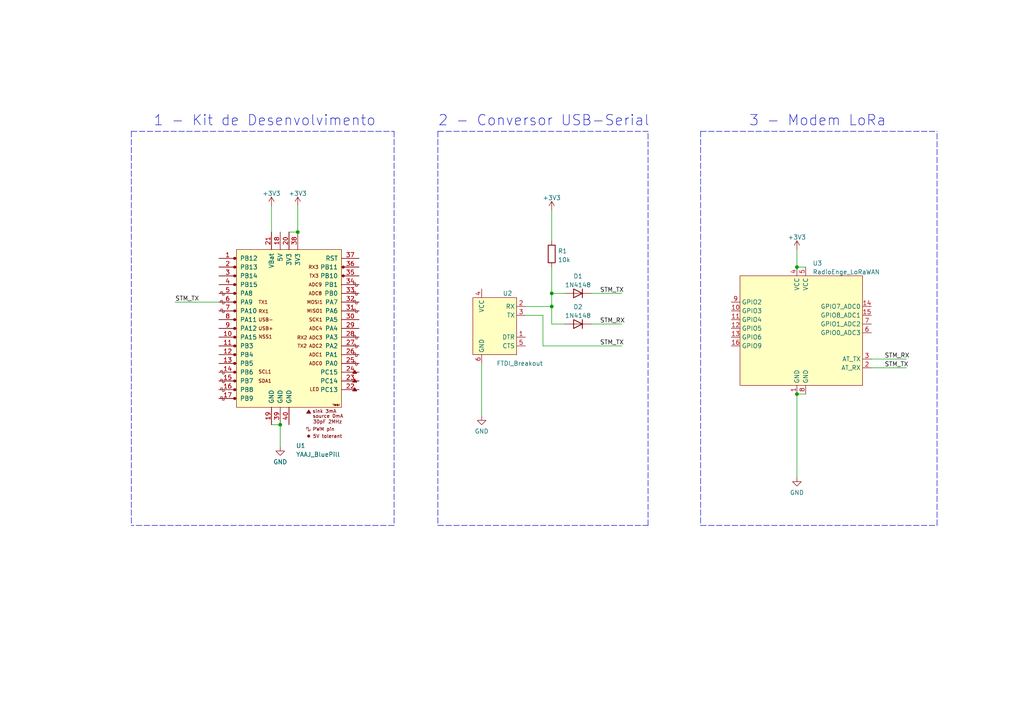
<source format=kicad_sch>
(kicad_sch (version 20211123) (generator eeschema)
  (paper "A4")
  (title_block (title "Bluepill + Radioenge AT interface") (date "2022-02-22") (rev "0") (company "PPGSAI03 - Rede de Sensores sem fio de Longo Alcance"))
  (lib_symbols
    (symbol "Device:R" (pin_numbers hide) (pin_names (offset 0))
      (property "Reference" "R" (at 2.032 0 90))
      (property "Value" "R" (at 0 0 90))
      (symbol "R_0_1"
        (rectangle (start -1.016 -2.54) (end 1.016 2.54) (stroke (width 0.254)))
      )
      (symbol "R_1_1"
        (pin passive line (at 0 3.81 270) (length 1.27) (name "~") (number "1"))
        (pin passive line (at 0 -3.81 90) (length 1.27) (name "~") (number "2"))
      )
    )
    (symbol "Diode:1N4148" (pin_numbers hide) (pin_names (offset 1.016) hide)
      (property "Reference" "D" (at 0 2.54 0))
      (property "Value" "1N4148" (at 0 -2.54 0))
      (symbol "1N4148_0_1"
        (polyline (pts (xy -1.27 1.27) (xy -1.27 -1.27)) (stroke (width 0.254)))
        (polyline (pts (xy 1.27 0) (xy -1.27 0)))
        (polyline (pts (xy 1.27 1.27) (xy 1.27 -1.27) (xy -1.27 0) (xy 1.27 1.27)) (stroke (width 0.254)))
      )
      (symbol "1N4148_1_1"
        (pin passive line (at -3.81 0 0) (length 2.54) (name "K") (number "1"))
        (pin passive line (at 3.81 0 180) (length 2.54) (name "A") (number "2"))
      )
    )
    (symbol "LabSC:FTDI_Breakout"
      (property "Reference" "U" (at 2.54 10.16 0))
      (property "Value" "FTDI_Breakout" (at 5.08 -8.89 0))
      (symbol "FTDI_Breakout_0_1"
        (rectangle (start -6.35 8.89) (end 6.35 -7.62) (stroke (width 0.1524)) (fill (type background)))
      )
      (symbol "FTDI_Breakout_1_1"
        (pin input line (at 8.89 -2.54 180) (length 2.54) (name "DTR") (number "1"))
        (pin input line (at 8.89 6.35 180) (length 2.54) (name "RX") (number "2"))
        (pin output line (at 8.89 3.81 180) (length 2.54) (name "TX") (number "3"))
        (pin power_out line (at -3.81 11.43 270) (length 2.54) (name "VCC") (number "4"))
        (pin output line (at 8.89 -5.08 180) (length 2.54) (name "CTS") (number "5"))
        (pin power_in line (at -3.81 -10.16 90) (length 2.54) (name "GND") (number "6"))
      )
    )
    (symbol "LabSC:RadioEnge_LoRaWAN"
      (property "Reference" "U" (at 10.16 16.51 0))
      (property "Value" "RadioEnge_LoRaWAN" (at 17.78 -19.05 0))
      (symbol "RadioEnge_LoRaWAN_0_1"
        (rectangle (start -17.78 15.24) (end 17.78 -16.51) (stroke (width 0.1524)) (fill (type background)))
        (rectangle (start 6.35 6.35) (end 6.35 6.35) (stroke (width 0.1524)))
      )
      (symbol "RadioEnge_LoRaWAN_1_1"
        (pin power_in line (at -1.27 -19.05 90) (length 2.54) (name "GND") (number "1"))
        (pin bidirectional line (at -20.32 5.08 0) (length 2.54) (name "GPIO3") (number "10"))
        (pin bidirectional line (at -20.32 2.54 0) (length 2.54) (name "GPIO4") (number "11"))
        (pin bidirectional line (at -20.32 0 0) (length 2.54) (name "GPIO5") (number "12"))
        (pin bidirectional line (at -20.32 -2.54 0) (length 2.54) (name "GPIO6") (number "13"))
        (pin bidirectional line (at 20.32 6.35 180) (length 2.54) (name "GPIO7_ADC0") (number "14"))
        (pin bidirectional line (at 20.32 3.81 180) (length 2.54) (name "GPIO8_ADC1") (number "15"))
        (pin bidirectional line (at -20.32 -5.08 0) (length 2.54) (name "GPIO9") (number "16"))
        (pin input line (at 20.32 -11.43 180) (length 2.54) (name "AT_RX") (number "2"))
        (pin output line (at 20.32 -8.89 180) (length 2.54) (name "AT_TX") (number "3"))
        (pin power_in line (at -1.27 17.78 270) (length 2.54) (name "VCC") (number "4"))
        (pin power_in line (at 1.27 17.78 270) (length 2.54) (name "VCC") (number "5"))
        (pin bidirectional line (at 20.32 -1.27 180) (length 2.54) (name "GPIO0_ADC3") (number "6"))
        (pin input line (at 20.32 1.27 180) (length 2.54) (name "GPIO1_ADC2") (number "7"))
        (pin power_in line (at 1.27 -19.05 90) (length 2.54) (name "GND") (number "8"))
        (pin bidirectional line (at -20.32 7.62 0) (length 2.54) (name "GPIO2") (number "9"))
      )
    )
    (symbol "YAAJ_BluePill:YAAJ_BluePill" (pin_names (offset 1.016))
      (property "Reference" "U" (at -13.97 24.13 0))
      (property "Value" "YAAJ_BluePill" (at 0 6.35 90))
      (symbol "YAAJ_BluePill_0_0"
        (circle (center -15.748 -20.32) (radius 0.3556) (fill (type outline)))
        (circle (center -15.748 -17.78) (radius 0.3556) (fill (type outline)))
        (circle (center -15.748 -15.24) (radius 0.3556) (fill (type outline)))
        (circle (center -15.748 -12.7) (radius 0.3556) (fill (type outline)))
        (circle (center -15.748 -10.16) (radius 0.3556) (fill (type outline)))
        (circle (center -15.748 -7.62) (radius 0.3556) (fill (type outline)))
        (circle (center -15.748 -5.08) (radius 0.3556) (fill (type outline)))
        (circle (center -15.748 -2.54) (radius 0.3556) (fill (type outline)))
        (circle (center -15.748 0) (radius 0.3556) (fill (type outline)))
        (circle (center -15.748 2.54) (radius 0.3556) (fill (type outline)))
        (circle (center -15.748 5.08) (radius 0.3556) (fill (type outline)))
        (circle (center -15.748 7.62) (radius 0.3556) (fill (type outline)))
        (circle (center -15.748 10.16) (radius 0.3556) (fill (type outline)))
        (circle (center -15.748 12.7) (radius 0.3556) (fill (type outline)))
        (circle (center -15.748 15.24) (radius 0.3556) (fill (type outline)))
        (circle (center -15.748 20.32) (radius 0.3556) (fill (type outline)))
        (polyline (pts (xy 5.08 -24.638) (xy 5.715 -23.622) (xy 6.35 -24.638) (xy 5.08 -24.638) (xy 5.715 -23.749) (xy 6.223 -24.638) (xy 5.207 -24.511) (xy 5.715 -23.876) (xy 6.096 -24.638) (xy 5.334 -24.384) (xy 5.842 -24.003) (xy 5.969 -24.638) (xy 5.461 -24.257) (xy 5.969 -24.13) (xy 5.842 -24.511) (xy 5.588 -24.257) (xy 5.842 -24.384) (xy 5.715 -24.13)))
        (polyline (pts (xy 18.415 -18.161) (xy 19.05 -17.145) (xy 19.685 -18.161) (xy 18.415 -18.161) (xy 19.05 -17.272) (xy 19.558 -18.161) (xy 18.542 -18.034) (xy 19.05 -17.399) (xy 19.431 -18.161) (xy 18.669 -17.907) (xy 19.177 -17.526) (xy 19.304 -18.161) (xy 18.796 -17.78) (xy 19.304 -17.653) (xy 19.177 -18.034) (xy 18.923 -17.78) (xy 19.177 -17.907) (xy 19.05 -17.653)))
        (polyline (pts (xy 18.415 -15.621) (xy 19.05 -14.605) (xy 19.685 -15.621) (xy 18.415 -15.621) (xy 19.05 -14.732) (xy 19.558 -15.621) (xy 18.542 -15.494) (xy 19.05 -14.859) (xy 19.431 -15.621) (xy 18.669 -15.367) (xy 19.177 -14.986) (xy 19.304 -15.621) (xy 18.796 -15.24) (xy 19.304 -15.113) (xy 19.177 -15.494) (xy 18.923 -15.24) (xy 19.177 -15.367) (xy 19.05 -15.113)))
        (polyline (pts (xy 18.415 -13.081) (xy 19.05 -12.065) (xy 19.685 -13.081) (xy 18.415 -13.081) (xy 19.05 -12.192) (xy 19.558 -13.081) (xy 18.542 -12.954) (xy 19.05 -12.319) (xy 19.431 -13.081) (xy 18.669 -12.827) (xy 19.177 -12.446) (xy 19.304 -13.081) (xy 18.796 -12.7) (xy 19.304 -12.573) (xy 19.177 -12.954) (xy 18.923 -12.7) (xy 19.177 -12.827) (xy 19.05 -12.573)))
        (circle (center 5.715 -31.242) (radius 0.127) (fill (type outline)))
        (circle (center 5.715 -31.242) (radius 0.254))
        (circle (center 5.715 -31.242) (radius 0.3556))
        (circle (center 15.748 15.24) (radius 0.254) (fill (type outline)))
        (circle (center 15.748 15.24) (radius 0.3556))
        (circle (center 15.748 17.78) (radius 0.254) (fill (type outline)))
        (circle (center 15.748 17.78) (radius 0.3556))
        (text "30pF 2MHz" (at 11.176 -27.051 0) (effects (font (size 0.9906 0.9906))))
        (text "5V tolerant" (at 11.176 -31.242 0) (effects (font (size 0.9906 0.9906))))
        (text "ADC0" (at 7.747 -10.16 0) (effects (font (size 0.9906 0.9906))))
        (text "ADC1" (at 7.747 -7.62 0) (effects (font (size 0.9906 0.9906))))
        (text "ADC2" (at 7.747 -5.08 0) (effects (font (size 0.9906 0.9906))))
        (text "ADC3" (at 7.747 -2.667 0) (effects (font (size 0.9906 0.9906))))
        (text "ADC4" (at 7.747 0 0) (effects (font (size 0.9906 0.9906))))
        (text "ADC8" (at 7.62 10.16 0) (effects (font (size 0.9906 0.9906))))
        (text "ADC9" (at 7.62 12.7 0) (effects (font (size 0.9906 0.9906))))
        (text "LED" (at 7.366 -17.653 0) (effects (font (size 0.9906 0.9906))))
        (text "MISO1" (at 7.493 5.08 0) (effects (font (size 0.9906 0.9906))))
        (text "MOSI1" (at 7.493 7.62 0) (effects (font (size 0.9906 0.9906))))
        (text "NSS1" (at -6.858 -2.413 0) (effects (font (size 0.9906 0.9906))))
        (text "PWM pin" (at 10.033 -29.21 0) (effects (font (size 0.9906 0.9906))))
        (text "RX1" (at -7.366 4.953 0) (effects (font (size 0.9906 0.9906))))
        (text "RX2" (at 3.81 -2.667 0) (effects (font (size 0.9906 0.9906))))
        (text "RX3" (at 7.112 17.78 0) (effects (font (size 0.9906 0.9906))))
        (text "SCK1" (at 7.747 2.54 0) (effects (font (size 0.9906 0.9906))))
        (text "SCL1" (at -6.985 -12.573 0) (effects (font (size 0.9906 0.9906))))
        (text "SDA1" (at -6.985 -15.24 0) (effects (font (size 0.9906 0.9906))))
        (text "sink 3mA" (at 10.287 -24.003 0) (effects (font (size 0.9906 0.9906))))
        (text "source 0mA" (at 11.303 -25.4 0) (effects (font (size 0.9906 0.9906))))
        (text "TX1" (at -7.493 7.62 0) (effects (font (size 0.9906 0.9906))))
        (text "TX2" (at 3.81 -5.08 0) (effects (font (size 0.9906 0.9906))))
        (text "TX3" (at 7.239 15.24 0) (effects (font (size 0.9906 0.9906))))
        (text "USB+" (at -6.731 0 0) (effects (font (size 0.9906 0.9906))))
        (text "USB-" (at -6.731 2.54 0) (effects (font (size 0.9906 0.9906))))
        (text "Y@@J" (at 13.6906 -22.1488 0) (effects (font (size 0.508 0.508))))
      )
      (symbol "YAAJ_BluePill_0_1"
        (rectangle (start -15.24 22.86) (end 15.24 -22.86) (fill (type background)))
        (polyline (pts (xy -18.796 -20.32) (xy -18.796 -20.828) (xy -19.304 -20.828) (xy -19.304 -19.812) (xy -19.812 -19.812) (xy -19.812 -20.32)))
        (polyline (pts (xy -18.796 -17.78) (xy -18.796 -18.288) (xy -19.304 -18.288) (xy -19.304 -17.272) (xy -19.812 -17.272) (xy -19.812 -17.78)))
        (polyline (pts (xy -18.796 -15.24) (xy -18.796 -15.748) (xy -19.304 -15.748) (xy -19.304 -14.732) (xy -19.812 -14.732) (xy -19.812 -15.24)))
        (polyline (pts (xy -18.796 -12.7) (xy -18.796 -13.208) (xy -19.304 -13.208) (xy -19.304 -12.192) (xy -19.812 -12.192) (xy -19.812 -12.7)))
        (polyline (pts (xy -18.796 5.08) (xy -18.796 4.572) (xy -19.304 4.572) (xy -19.304 5.588) (xy -19.812 5.588) (xy -19.812 5.08)))
        (polyline (pts (xy -18.796 7.62) (xy -18.796 7.112) (xy -19.304 7.112) (xy -19.304 8.128) (xy -19.812 8.128) (xy -19.812 7.62)))
        (polyline (pts (xy -18.796 10.16) (xy -18.796 9.652) (xy -19.304 9.652) (xy -19.304 10.668) (xy -19.812 10.668) (xy -19.812 10.16)))
        (polyline (pts (xy 6.096 -29.21) (xy 6.096 -29.718) (xy 5.588 -29.718) (xy 5.588 -28.702) (xy 5.08 -28.702) (xy 5.08 -29.21)))
        (polyline (pts (xy 19.812 -10.16) (xy 19.812 -10.668) (xy 19.304 -10.668) (xy 19.304 -9.652) (xy 18.796 -9.652) (xy 18.796 -10.16)))
        (polyline (pts (xy 19.812 -7.62) (xy 19.812 -8.128) (xy 19.304 -8.128) (xy 19.304 -7.112) (xy 18.796 -7.112) (xy 18.796 -7.62)))
        (polyline (pts (xy 19.812 -5.08) (xy 19.812 -5.588) (xy 19.304 -5.588) (xy 19.304 -4.572) (xy 18.796 -4.572) (xy 18.796 -5.08)))
        (polyline (pts (xy 19.812 -2.54) (xy 19.812 -3.048) (xy 19.304 -3.048) (xy 19.304 -2.032) (xy 18.796 -2.032) (xy 18.796 -2.54)))
        (polyline (pts (xy 19.812 5.08) (xy 19.812 4.572) (xy 19.304 4.572) (xy 19.304 5.588) (xy 18.796 5.588) (xy 18.796 5.08)))
        (polyline (pts (xy 19.812 7.62) (xy 19.812 7.112) (xy 19.304 7.112) (xy 19.304 8.128) (xy 18.796 8.128) (xy 18.796 7.62)))
        (polyline (pts (xy 19.812 10.16) (xy 19.812 9.652) (xy 19.304 9.652) (xy 19.304 10.668) (xy 18.796 10.668) (xy 18.796 10.16)))
        (polyline (pts (xy 19.812 12.7) (xy 19.812 12.192) (xy 19.304 12.192) (xy 19.304 13.208) (xy 18.796 13.208) (xy 18.796 12.7)))
      )
      (symbol "YAAJ_BluePill_1_1"
        (circle (center -15.748 17.78) (radius 0.3556) (fill (type outline)))
        (pin bidirectional line (at -20.32 20.32 0) (length 5.08) (name "PB12") (number "1"))
        (pin bidirectional line (at -20.32 -2.54 0) (length 5.08) (name "PA15") (number "10"))
        (pin bidirectional line (at -20.32 -5.08 0) (length 5.08) (name "PB3") (number "11"))
        (pin bidirectional line (at -20.32 -7.62 0) (length 5.08) (name "PB4") (number "12"))
        (pin bidirectional line (at -20.32 -10.16 0) (length 5.08) (name "PB5") (number "13"))
        (pin bidirectional line (at -20.32 -12.7 0) (length 5.08) (name "PB6") (number "14"))
        (pin bidirectional line (at -20.32 -15.24 0) (length 5.08) (name "PB7") (number "15"))
        (pin bidirectional line (at -20.32 -17.78 0) (length 5.08) (name "PB8") (number "16"))
        (pin bidirectional line (at -20.32 -20.32 0) (length 5.08) (name "PB9") (number "17"))
        (pin power_in line (at -2.54 27.94 270) (length 5.08) (name "5V") (number "18"))
        (pin power_in line (at -5.08 -27.94 90) (length 5.08) (name "GND") (number "19"))
        (pin bidirectional line (at -20.32 17.78 0) (length 5.08) (name "PB13") (number "2"))
        (pin power_in line (at 0 27.94 270) (length 5.08) (name "3V3") (number "20"))
        (pin power_in line (at -5.08 27.94 270) (length 5.08) (name "VBat") (number "21"))
        (pin bidirectional line (at 20.32 -17.78 180) (length 5.08) (name "PC13") (number "22"))
        (pin bidirectional line (at 20.32 -15.24 180) (length 5.08) (name "PC14") (number "23"))
        (pin bidirectional line (at 20.32 -12.7 180) (length 5.08) (name "PC15") (number "24"))
        (pin bidirectional line (at 20.32 -10.16 180) (length 5.08) (name "PA0") (number "25"))
        (pin bidirectional line (at 20.32 -7.62 180) (length 5.08) (name "PA1") (number "26"))
        (pin bidirectional line (at 20.32 -5.08 180) (length 5.08) (name "PA2") (number "27"))
        (pin bidirectional line (at 20.32 -2.54 180) (length 5.08) (name "PA3") (number "28"))
        (pin bidirectional line (at 20.32 0 180) (length 5.08) (name "PA4") (number "29"))
        (pin bidirectional line (at -20.32 15.24 0) (length 5.08) (name "PB14") (number "3"))
        (pin bidirectional line (at 20.32 2.54 180) (length 5.08) (name "PA5") (number "30"))
        (pin bidirectional line (at 20.32 5.08 180) (length 5.08) (name "PA6") (number "31"))
        (pin bidirectional line (at 20.32 7.62 180) (length 5.08) (name "PA7") (number "32"))
        (pin bidirectional line (at 20.32 10.16 180) (length 5.08) (name "PB0") (number "33"))
        (pin bidirectional line (at 20.32 12.7 180) (length 5.08) (name "PB1") (number "34"))
        (pin bidirectional line (at 20.32 15.24 180) (length 5.08) (name "PB10") (number "35"))
        (pin bidirectional line (at 20.32 17.78 180) (length 5.08) (name "PB11") (number "36"))
        (pin input line (at 20.32 20.32 180) (length 5.08) (name "RST") (number "37"))
        (pin power_in line (at 2.54 27.94 270) (length 5.08) (name "3V3") (number "38"))
        (pin power_in line (at -2.54 -27.94 90) (length 5.08) (name "GND") (number "39"))
        (pin bidirectional line (at -20.32 12.7 0) (length 5.08) (name "PB15") (number "4"))
        (pin power_in line (at 0 -27.94 90) (length 5.08) (name "GND") (number "40"))
        (pin bidirectional line (at -20.32 10.16 0) (length 5.08) (name "PA8") (number "5"))
        (pin bidirectional line (at -20.32 7.62 0) (length 5.08) (name "PA9") (number "6"))
        (pin bidirectional line (at -20.32 5.08 0) (length 5.08) (name "PA10") (number "7"))
        (pin bidirectional line (at -20.32 2.54 0) (length 5.08) (name "PA11") (number "8"))
        (pin bidirectional line (at -20.32 0 0) (length 5.08) (name "PA12") (number "9"))
      )
    )
    (symbol "power:+3V3" (power) (pin_names (offset 0))
      (property "Value" "+3V3" (at 0 3.556 0))
      (symbol "+3V3_0_1"
        (polyline (pts (xy -0.762 1.27) (xy 0 2.54)))
        (polyline (pts (xy 0 0) (xy 0 2.54)))
        (polyline (pts (xy 0 2.54) (xy 0.762 1.27)))
      )
      (symbol "+3V3_1_1"
        (pin power_in line (at 0 0 90) (length 0) hide (name "+3V3") (number "1"))
      )
    )
    (symbol "power:GND" (power) (pin_names (offset 0))
      (property "Value" "GND" (at 0 -3.81 0))
      (symbol "GND_0_1"
        (polyline (pts (xy 0 0) (xy 0 -1.27) (xy 1.27 -1.27) (xy 0 -2.54) (xy -1.27 -1.27) (xy 0 -1.27)))
      )
      (symbol "GND_1_1"
        (pin power_in line (at 0 0 270) (length 0) hide (name "GND") (number "1"))
      )
    )
  )
  (junction (at 81.28 123.19))
  (junction (at 160.02 85.09))
  (junction (at 231.14 77.47))
  (junction (at 160.02 88.9))
  (junction (at 86.36 67.31))
  (junction (at 231.14 114.3))
  (wire (pts (xy 160.02 88.9) (xy 160.02 93.98)))
  (wire (pts (xy 163.83 93.98) (xy 160.02 93.98)))
  (wire (pts (xy 252.73 106.68) (xy 262.89 106.68)))
  (polyline (pts (xy 203.2 38.1) (xy 271.78 38.1)))
  (wire (pts (xy 152.4 88.9) (xy 160.02 88.9)))
  (wire (pts (xy 231.14 77.47) (xy 233.68 77.47)))
  (polyline (pts (xy 38.1 38.1) (xy 114.3 38.1)))
  (wire (pts (xy 252.73 104.14) (xy 262.89 104.14)))
  (wire (pts (xy 81.28 123.19) (xy 81.28 129.54)))
  (polyline (pts (xy 114.3 38.1) (xy 114.3 152.4)))
  (wire (pts (xy 157.48 91.44) (xy 157.48 100.33)))
  (polyline (pts (xy 203.2 38.1) (xy 203.2 152.4)))
  (wire (pts (xy 86.36 59.69) (xy 86.36 67.31)))
  (wire (pts (xy 160.02 60.96) (xy 160.02 69.85)))
  (wire (pts (xy 78.74 123.19) (xy 81.28 123.19)))
  (wire (pts (xy 50.8 87.63) (xy 63.5 87.63)))
  (polyline (pts (xy 127 38.1) (xy 127 152.4)))
  (wire (pts (xy 83.82 67.31) (xy 86.36 67.31)))
  (polyline (pts (xy 203.2 152.4) (xy 271.78 152.4)))
  (wire (pts (xy 139.7 105.41) (xy 139.7 120.65)))
  (polyline (pts (xy 187.96 152.4) (xy 187.96 38.1)))
  (wire (pts (xy 152.4 91.44) (xy 157.48 91.44)))
  (wire (pts (xy 78.74 59.69) (xy 78.74 67.31)))
  (wire (pts (xy 157.48 100.33) (xy 180.34 100.33)))
  (polyline (pts (xy 127 152.4) (xy 187.96 152.4)))
  (wire (pts (xy 231.14 72.39) (xy 231.14 77.47)))
  (polyline (pts (xy 38.1 38.1) (xy 38.1 152.4)))
  (wire (pts (xy 171.45 85.09) (xy 180.34 85.09)))
  (wire (pts (xy 160.02 85.09) (xy 163.83 85.09)))
  (wire (pts (xy 231.14 114.3) (xy 233.68 114.3)))
  (polyline (pts (xy 271.78 152.4) (xy 271.78 38.1)))
  (wire (pts (xy 231.14 114.3) (xy 231.14 138.43)))
  (polyline (pts (xy 114.3 152.4) (xy 38.1 152.4)))
  (wire (pts (xy 171.45 93.98) (xy 180.34 93.98)))
  (wire (pts (xy 160.02 88.9) (xy 160.02 85.09)))
  (polyline (pts (xy 127 38.1) (xy 187.96 38.1)))
  (wire (pts (xy 160.02 77.47) (xy 160.02 85.09)))
  (text "3 - Modem LoRa" (at 217.17 36.83 0) (effects (font (size 3 3)) (justify left bottom)))
  (text "2 - Conversor USB-Serial" (at 127 36.83 0) (effects (font (size 3 3)) (justify left bottom)))
  (text "1 - Kit de Desenvolvimento" (at 44.45 36.83 0) (effects (font (size 3 3)) (justify left bottom)))
  (label "STM_TX" (at 173.99 85.09 0))
  (label "STM_RX" (at 173.99 93.98 0))
  (label "STM_TX" (at 256.54 106.68 0))
  (label "STM_TX" (at 50.8 87.63 0))
  (label "STM_TX" (at 173.99 100.33 0))
  (label "STM_RX" (at 256.54 104.14 0))
  (symbol (lib_id "power:GND") (at 231.14 138.43 0) (unit 1)
    (property "Reference" "#PWR07" (effects hide))
    (property "Value" "GND" (at 231.14 142.8734 0))
  )
  (symbol (lib_id "Device:R") (at 160.02 73.66 0) (unit 1)
    (property "Reference" "R1" (at 161.798 72.8253 0) (effects (justify left)))
    (property "Value" "10k" (at 161.798 75.3622 0) (effects (justify left)))
    (property "Footprint" "Resistor_THT:R_Axial_DIN0204_L3.6mm_D1.6mm_P7.62mm_Horizontal" (effects hide))
  )
  (symbol (lib_id "Diode:1N4148") (at 167.64 93.98 180) (unit 1)
    (property "Reference" "D2" (at 167.64 89.0102 0))
    (property "Value" "1N4148" (at 167.64 91.5471 0))
    (property "Footprint" "Diode_THT:D_DO-35_SOD27_P7.62mm_Horizontal" (effects hide))
    (property "Datasheet" "https://assets.nexperia.com/documents/data-sheet/1N4148_1N4448.pdf" (effects hide))
  )
  (symbol (lib_id "power:+3V3") (at 231.14 72.39 0) (unit 1)
    (property "Reference" "#PWR06" (effects hide))
    (property "Value" "+3V3" (at 231.14 68.8142 0))
  )
  (symbol (lib_id "power:GND") (at 139.7 120.65 0) (unit 1)
    (property "Reference" "#PWR04" (effects hide))
    (property "Value" "GND" (at 139.7 125.0934 0))
  )
  (symbol (lib_id "power:GND") (at 81.28 129.54 0) (unit 1)
    (property "Reference" "#PWR01" (effects hide))
    (property "Value" "GND" (at 81.28 133.9834 0))
  )
  (symbol (lib_id "power:+3V3") (at 86.36 59.69 0) (unit 1)
    (property "Reference" "#PWR02" (effects hide))
    (property "Value" "+3V3" (at 86.36 56.1142 0))
  )
  (symbol (lib_id "power:+3V3") (at 160.02 60.96 0) (unit 1)
    (property "Reference" "#PWR05" (effects hide))
    (property "Value" "+3V3" (at 160.02 57.3842 0))
  )
  (symbol (lib_id "LabSC:RadioEnge_LoRaWAN") (at 232.41 95.25 0) (unit 1)
    (property "Reference" "U3" (at 235.6994 76.361 0) (effects (justify left)))
    (property "Value" "RadioEnge_LoRaWAN" (at 235.6994 78.8979 0) (effects (justify left)))
    (property "Footprint" "LabSC:LoRaModuleRadioenge" (effects hide))
  )
  (symbol (lib_id "power:+3V3") (at 78.74 59.69 0) (unit 1)
    (property "Reference" "#PWR0101" (effects hide))
    (property "Value" "+3V3" (at 78.74 56.1142 0))
  )
  (symbol (lib_id "LabSC:FTDI_Breakout") (at 143.51 95.25 0) (unit 1)
    (property "Reference" "U2" (at 148.59 85.09 0) (effects (justify right)))
    (property "Value" "FTDI_Breakout" (at 157.48 105.41 0) (effects (justify right)))
    (property "Footprint" "Connector_PinSocket_2.54mm:PinSocket_1x06_P2.54mm_Vertical" (effects hide))
  )
  (symbol (lib_id "Diode:1N4148") (at 167.64 85.09 180) (unit 1)
    (property "Reference" "D1" (at 167.64 80.1202 0))
    (property "Value" "1N4148" (at 167.64 82.6571 0))
    (property "Footprint" "Diode_THT:D_DO-35_SOD27_P7.62mm_Horizontal" (effects hide))
    (property "Datasheet" "https://assets.nexperia.com/documents/data-sheet/1N4148_1N4448.pdf" (effects hide))
  )
  (symbol (lib_id "YAAJ_BluePill:YAAJ_BluePill") (at 83.82 95.25 0) (unit 1)
    (property "Reference" "U1" (at 85.8394 129.2858 0) (effects (justify left)))
    (property "Value" "YAAJ_BluePill" (at 85.8394 131.8227 0) (effects (justify left)))
    (property "Footprint" "Footprints:YAAJ_BluePill_2" (effects hide))
  )
)
</source>
